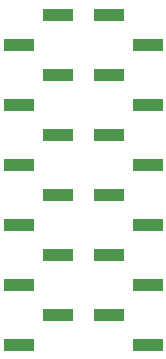
<source format=gbp>
G04 #@! TF.GenerationSoftware,KiCad,Pcbnew,9.0.6*
G04 #@! TF.CreationDate,2026-01-02T14:07:14-06:00*
G04 #@! TF.ProjectId,QFN-20_4x4,51464e2d-3230-45f3-9478-342e6b696361,rev?*
G04 #@! TF.SameCoordinates,Original*
G04 #@! TF.FileFunction,Paste,Bot*
G04 #@! TF.FilePolarity,Positive*
%FSLAX46Y46*%
G04 Gerber Fmt 4.6, Leading zero omitted, Abs format (unit mm)*
G04 Created by KiCad (PCBNEW 9.0.6) date 2026-01-02 14:07:14*
%MOMM*%
%LPD*%
G01*
G04 APERTURE LIST*
%ADD10R,2.510000X1.000000*%
G04 APERTURE END LIST*
D10*
X136275000Y-106680000D03*
X132965000Y-109220000D03*
X136275000Y-111760000D03*
X132965000Y-114300000D03*
X136275000Y-116840000D03*
X132965000Y-119380000D03*
X136275000Y-121920000D03*
X132965000Y-124460000D03*
X136275000Y-127000000D03*
X132965000Y-129540000D03*
X136275000Y-132080000D03*
X132965000Y-134620000D03*
X143895000Y-134620000D03*
X140585000Y-132080000D03*
X143895000Y-129540000D03*
X140585000Y-127000000D03*
X143895000Y-124460000D03*
X140585000Y-121920000D03*
X143895000Y-119380000D03*
X140585000Y-116840000D03*
X143895000Y-114300000D03*
X140585000Y-111760000D03*
X143895000Y-109220000D03*
X140585000Y-106680000D03*
M02*

</source>
